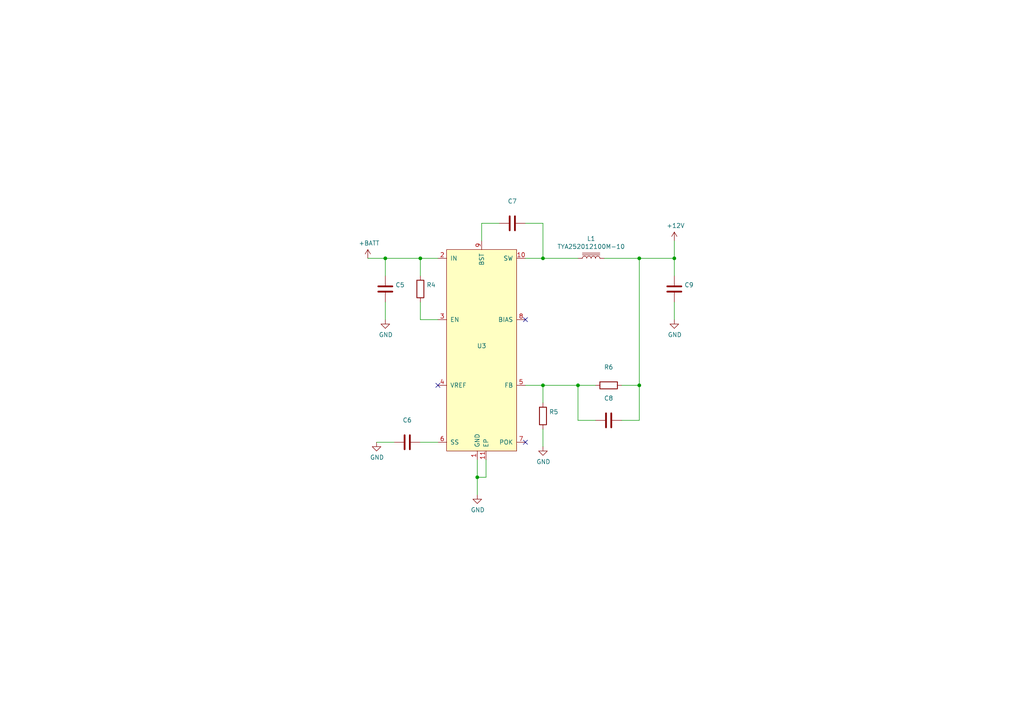
<source format=kicad_sch>
(kicad_sch (version 20211123) (generator eeschema)
  (paper "A4")
  (title_block (title "Multi purpose power converter module with CAN bus interface") (date "2021-08-31") (rev "1.1") (company "DANCHOUZHOU") (comment 1 "City Science - MIT Media Lab") (comment 2 "danchouzhou@gmail.com"))
  (lib_symbols
    (symbol "Device:C" (pin_numbers hide) (pin_names (offset 0.254))
      (property "Reference" "C" (at 0.635 2.54 0))
      (property "Value" "C" (at 0.635 -2.54 0))
      (symbol "C_0_1"
        (polyline (pts (xy -2.032 -0.762) (xy 2.032 -0.762)) (stroke (width 0.508)))
        (polyline (pts (xy -2.032 0.762) (xy 2.032 0.762)) (stroke (width 0.508)))
      )
      (symbol "C_1_1"
        (pin passive line (at 0 3.81 270) (length 2.794) (name "~") (number "1"))
        (pin passive line (at 0 -3.81 90) (length 2.794) (name "~") (number "2"))
      )
    )
    (symbol "Device:L_Iron" (pin_numbers hide) (pin_names (offset 1.016) hide)
      (property "Reference" "L" (at -1.27 0 90))
      (property "Value" "L_Iron" (at 2.794 0 90))
      (symbol "L_Iron_0_1"
        (arc (start 0 -2.54) (mid 0.635 -1.905) (end 0 -1.27))
        (arc (start 0 -1.27) (mid 0.635 -0.635) (end 0 0))
        (polyline (pts (xy 1.016 2.54) (xy 1.016 -2.54)))
        (polyline (pts (xy 1.524 -2.54) (xy 1.524 2.54)))
        (arc (start 0 0) (mid 0.635 0.635) (end 0 1.27))
        (arc (start 0 1.27) (mid 0.635 1.905) (end 0 2.54))
      )
      (symbol "L_Iron_1_1"
        (pin passive line (at 0 3.81 270) (length 1.27) (name "1") (number "1"))
        (pin passive line (at 0 -3.81 90) (length 1.27) (name "2") (number "2"))
      )
    )
    (symbol "Device:R" (pin_numbers hide) (pin_names (offset 0))
      (property "Reference" "R" (at 2.032 0 90))
      (property "Value" "R" (at 0 0 90))
      (symbol "R_0_1"
        (rectangle (start -1.016 -2.54) (end 1.016 2.54) (stroke (width 0.254)))
      )
      (symbol "R_1_1"
        (pin passive line (at 0 3.81 270) (length 1.27) (name "~") (number "1"))
        (pin passive line (at 0 -3.81 90) (length 1.27) (name "~") (number "2"))
      )
    )
    (symbol "MPQ4569:MPQ4569GQ-AEC1" (pin_names (offset 1.016))
      (property "Reference" "U" (at -40.64 24.13 0))
      (property "Value" "MPQ4569GQ-AEC1" (at -41.91 17.78 0))
      (symbol "MPQ4569GQ-AEC1_0_1"
        (rectangle (start -10.16 29.21) (end 10.16 -29.21) (fill (type background)))
      )
      (symbol "MPQ4569GQ-AEC1_1_1"
        (pin power_in line (at -1.27 -31.75 90) (length 2.54) (name "GND") (number "1"))
        (pin output line (at 12.7 26.67 180) (length 2.54) (name "SW") (number "10"))
        (pin output line (at 1.27 -31.75 90) (length 2.54) (name "EP") (number "11"))
        (pin power_in line (at -12.7 26.67 0) (length 2.54) (name "IN") (number "2"))
        (pin input line (at -12.7 8.89 0) (length 2.54) (name "EN") (number "3"))
        (pin output line (at -12.7 -10.16 0) (length 2.54) (name "VREF") (number "4"))
        (pin output line (at 12.7 -10.16 180) (length 2.54) (name "FB") (number "5"))
        (pin output line (at -12.7 -26.67 0) (length 2.54) (name "SS") (number "6"))
        (pin output line (at 12.7 -26.67 180) (length 2.54) (name "POK") (number "7"))
        (pin power_in line (at 12.7 8.89 180) (length 2.54) (name "BIAS") (number "8"))
        (pin output line (at 0 31.75 270) (length 2.54) (name "BST") (number "9"))
      )
    )
    (symbol "power:+12V" (power) (pin_names (offset 0))
      (property "Value" "+12V" (at 0 3.556 0))
      (symbol "+12V_0_1"
        (polyline (pts (xy -0.762 1.27) (xy 0 2.54)))
        (polyline (pts (xy 0 0) (xy 0 2.54)))
        (polyline (pts (xy 0 2.54) (xy 0.762 1.27)))
      )
      (symbol "+12V_1_1"
        (pin power_in line (at 0 0 90) (length 0) hide (name "+12V") (number "1"))
      )
    )
    (symbol "power:+BATT" (power) (pin_names (offset 0))
      (property "Value" "+BATT" (at 0 3.556 0))
      (symbol "+BATT_0_1"
        (polyline (pts (xy -0.762 1.27) (xy 0 2.54)))
        (polyline (pts (xy 0 0) (xy 0 2.54)))
        (polyline (pts (xy 0 2.54) (xy 0.762 1.27)))
      )
      (symbol "+BATT_1_1"
        (pin power_in line (at 0 0 90) (length 0) hide (name "+BATT") (number "1"))
      )
    )
    (symbol "power:GND" (power) (pin_names (offset 0))
      (property "Value" "GND" (at 0 -3.81 0))
      (symbol "GND_0_1"
        (polyline (pts (xy 0 0) (xy 0 -1.27) (xy 1.27 -1.27) (xy 0 -2.54) (xy -1.27 -1.27) (xy 0 -1.27)))
      )
      (symbol "GND_1_1"
        (pin power_in line (at 0 0 270) (length 0) hide (name "GND") (number "1"))
      )
    )
  )
  (junction (at 138.43 138.43))
  (junction (at 157.48 74.93))
  (junction (at 185.42 111.76))
  (junction (at 111.76 74.93))
  (junction (at 167.64 111.76))
  (junction (at 195.58 74.93))
  (junction (at 157.48 111.76))
  (junction (at 121.92 74.93))
  (junction (at 185.42 74.93))
  (no_connect (at 152.4 128.27))
  (no_connect (at 127 111.76))
  (no_connect (at 152.4 92.71))
  (wire (pts (xy 152.4 64.77) (xy 157.48 64.77)))
  (wire (pts (xy 157.48 74.93) (xy 167.64 74.93)))
  (wire (pts (xy 152.4 74.93) (xy 157.48 74.93)))
  (wire (pts (xy 111.76 74.93) (xy 111.76 80.01)))
  (wire (pts (xy 195.58 69.85) (xy 195.58 74.93)))
  (wire (pts (xy 157.48 64.77) (xy 157.48 74.93)))
  (wire (pts (xy 140.97 133.35) (xy 140.97 138.43)))
  (wire (pts (xy 121.92 128.27) (xy 127 128.27)))
  (wire (pts (xy 121.92 74.93) (xy 111.76 74.93)))
  (wire (pts (xy 167.64 121.92) (xy 172.72 121.92)))
  (wire (pts (xy 167.64 111.76) (xy 167.64 121.92)))
  (wire (pts (xy 172.72 111.76) (xy 167.64 111.76)))
  (wire (pts (xy 144.78 64.77) (xy 139.7 64.77)))
  (wire (pts (xy 109.22 128.27) (xy 114.3 128.27)))
  (wire (pts (xy 106.68 74.93) (xy 111.76 74.93)))
  (wire (pts (xy 185.42 74.93) (xy 185.42 111.76)))
  (wire (pts (xy 121.92 87.63) (xy 121.92 92.71)))
  (wire (pts (xy 111.76 87.63) (xy 111.76 92.71)))
  (wire (pts (xy 127 74.93) (xy 121.92 74.93)))
  (wire (pts (xy 121.92 74.93) (xy 121.92 80.01)))
  (wire (pts (xy 185.42 111.76) (xy 185.42 121.92)))
  (wire (pts (xy 157.48 111.76) (xy 167.64 111.76)))
  (wire (pts (xy 195.58 92.71) (xy 195.58 87.63)))
  (wire (pts (xy 180.34 111.76) (xy 185.42 111.76)))
  (wire (pts (xy 185.42 74.93) (xy 195.58 74.93)))
  (wire (pts (xy 140.97 138.43) (xy 138.43 138.43)))
  (wire (pts (xy 138.43 133.35) (xy 138.43 138.43)))
  (wire (pts (xy 152.4 111.76) (xy 157.48 111.76)))
  (wire (pts (xy 185.42 121.92) (xy 180.34 121.92)))
  (wire (pts (xy 195.58 74.93) (xy 195.58 80.01)))
  (wire (pts (xy 138.43 138.43) (xy 138.43 143.51)))
  (wire (pts (xy 139.7 64.77) (xy 139.7 69.85)))
  (wire (pts (xy 157.48 129.54) (xy 157.48 124.46)))
  (wire (pts (xy 175.26 74.93) (xy 185.42 74.93)))
  (wire (pts (xy 157.48 116.84) (xy 157.48 111.76)))
  (wire (pts (xy 121.92 92.71) (xy 127 92.71)))
  (symbol (lib_id "MPQ4569:MPQ4569GQ-AEC1") (at 139.7 101.6 0) (unit 1)
    (property "Reference" "U3" (at 139.7 100.33 0))
  )
  (symbol (lib_id "Device:R") (at 121.92 83.82 0) (unit 1)
    (property "Reference" "R4" (at 123.698 82.6516 0) (effects (justify left)))
  )
  (symbol (lib_id "Device:C") (at 118.11 128.27 270) (unit 1)
    (property "Reference" "C6" (at 118.11 121.8692 90))
  )
  (symbol (lib_id "power:GND") (at 109.22 128.27 0) (unit 1)
    (property "Reference" "#PWR019" (effects hide))
  )
  (symbol (lib_id "power:GND") (at 138.43 143.51 0) (unit 1)
    (property "Reference" "#PWR021" (effects hide))
  )
  (symbol (lib_id "Device:C") (at 195.58 83.82 0) (unit 1)
    (property "Reference" "C9" (at 198.501 82.6516 0) (effects (justify left)))
  )
  (symbol (lib_id "power:GND") (at 195.58 92.71 0) (unit 1)
    (property "Reference" "#PWR024" (effects hide))
  )
  (symbol (lib_id "power:+12V") (at 195.58 69.85 0) (unit 1)
    (property "Reference" "#PWR023" (effects hide))
  )
  (symbol (lib_id "Device:C") (at 111.76 83.82 0) (unit 1)
    (property "Reference" "C5" (at 114.681 82.6516 0) (effects (justify left)))
  )
  (symbol (lib_id "power:+BATT") (at 106.68 74.93 0) (unit 1)
    (property "Reference" "#PWR018" (effects hide))
  )
  (symbol (lib_id "power:GND") (at 111.76 92.71 0) (unit 1)
    (property "Reference" "#PWR020" (effects hide))
  )
  (symbol (lib_id "Device:L_Iron") (at 171.45 74.93 90) (unit 1)
    (property "Reference" "L1" (at 171.45 69.215 90))
    (property "Value" "TYA252012100M-10" (at 171.45 71.5264 90))
    (property "Footprint" "tya252010-series:tya252010-series" (effects hide))
  )
  (symbol (lib_id "Device:C") (at 148.59 64.77 270) (unit 1)
    (property "Reference" "C7" (at 148.59 58.3692 90))
  )
  (symbol (lib_id "Device:R") (at 176.53 111.76 270) (unit 1)
    (property "Reference" "R6" (at 176.53 106.5022 90))
  )
  (symbol (lib_id "Device:C") (at 176.53 121.92 270) (unit 1)
    (property "Reference" "C8" (at 176.53 115.5192 90))
  )
  (symbol (lib_id "Device:R") (at 157.48 120.65 0) (unit 1)
    (property "Reference" "R5" (at 159.258 119.4816 0) (effects (justify left)))
  )
  (symbol (lib_id "power:GND") (at 157.48 129.54 0) (unit 1)
    (property "Reference" "#PWR022" (effects hide))
  )
)
</source>
